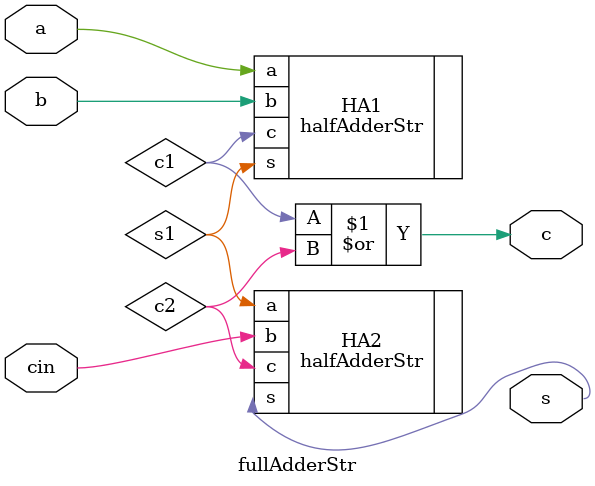
<source format=v>
`timescale 1ns / 1ps
module fullAdderStr(c, s, a, b, cin
    );
	input a, b, cin;
	output s, c;
	
	wire s1, c1, c2;
	
	halfAdderStr HA1(.s(s1), .c(c1), .a(a), .b(b));
	halfAdderStr HA2(.s(s), .c(c2), .a(s1), .b(cin));
	
	or O1(c, c1, c2);
endmodule
</source>
